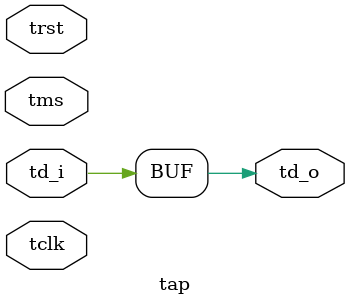
<source format=v>
/***************************************************************
#    Date: 2/8/14
#    Design: State machine for TAP contorller of JTAG
#    Description: FSM is designed using one-hot coding.
****************************************************************/


`define	IR_LENGTH	4			//Instruction register 4-bit wide
`define DR_LENGTH 	4			//Data register 4-bit wide


//Top module it has input and outputs clk,TMS,Data in,data out and rst

module tap(tclk,tms,td_i,td_o,trst);

//Input declaration
input tclk;
input tms;
input td_i;
input trst;

//output declaration
output td_o;

//States of FSM 
reg     test_logic_reset;
reg     run_test_idle;
reg     select_dr_scan;
reg     capture_dr;
reg     shift_dr;
reg     exit1_dr;
reg     pause_dr;
reg     exit2_dr;
reg     update_dr;
reg     select_ir_scan;
reg     capture_ir;
reg     shift_ir;
reg     exit1_ir;
reg     pause_ir;
reg     exit2_ir;
reg     update_ir;

//Intermediate combinational logig reg and wire
reg     tms_q1, tms_q2, tms_q3, tms_q4;
wire    tms_reset;

//It moniters the TMS signal, this module is used for generating tms_reset signal

always @ (posedge tclk)
begin
  tms_q1 <= #1 tms;
  tms_q2 <= #1 tms_q1;
  tms_q3 <= #1 tms_q2;
  tms_q4 <= #1 tms_q3;
end

//In JTAG for 5 consecutive TMS=1 causes reset. 

assign tms_reset = tms_q1 & tms_q2 & tms_q3 & tms_q4 & tms;    // 5 consecutive TMS=1 causes reset
assign td_o=td_i;					       // Always pass serial input to output pin

// In this design it check from which state it can transfer to 
//the state defined in  always block. It moniters the TMS and 
//State signal.All the State of FSM are written in same formate.

// test_logic_reset state

always @ (posedge tclk or negedge trst)
begin
  if(!trst)
    test_logic_reset<= 1'b1;
  else if (tms_reset)
    test_logic_reset<= 1'b1;
  else
    begin
      if(tms & (test_logic_reset | select_ir_scan)) 
        test_logic_reset<= 1'b1;
      else
        test_logic_reset<= 1'b0;
    end
end

// run_test_idle state
always @ (posedge tclk or negedge trst)
begin
  if(!trst)
    run_test_idle<= 1'b0;
  else if (tms_reset)
    run_test_idle<= 1'b0;
  else
  if(~tms & (test_logic_reset | run_test_idle | update_dr | update_ir))
    run_test_idle<= 1'b1;
  else
    run_test_idle<= 1'b0;
end

// select_dr_scan state
always @ (posedge tclk or negedge trst)
begin
  if(!trst)
    select_dr_scan<= 1'b0;
  else if (tms_reset)
    select_dr_scan<= 1'b0;
  else
  if(tms & (run_test_idle | update_dr | update_ir))
    select_dr_scan<= 1'b1;
  else
    select_dr_scan<= 1'b0;
end

// capture_dr state
always @ (posedge tclk or negedge trst)
begin
  if(!trst)
    capture_dr<= 1'b0;
  else if (tms_reset)
    capture_dr<= 1'b0;
  else
  if(~tms & select_dr_scan)
    capture_dr<= 1'b1;
  else
    capture_dr<= 1'b0;
end

// shift_dr state
always @ (posedge tclk or negedge trst)
begin
  if(!trst)
    shift_dr<= 1'b0;
  else if (tms_reset)
    shift_dr<= 1'b0;
  else
  if(~tms & (capture_dr | shift_dr | exit2_dr))
    shift_dr<= 1'b1;
  else
    shift_dr<= 1'b0;
end

// exit1_dr state
always @ (posedge tclk or negedge trst)
begin
  if(!trst)
    exit1_dr<= 1'b0;
  else if (tms_reset)
    exit1_dr<= 1'b0;
  else
  if(tms & (capture_dr | shift_dr))
    exit1_dr<= 1'b1;
  else
    exit1_dr<= 1'b0;
end

// pause_dr state
always @ (posedge tclk or negedge trst)
begin
  if(!trst)
    pause_dr<= 1'b0;
  else if (tms_reset)
    pause_dr<= 1'b0;
  else
  if(~tms & (exit1_dr | pause_dr))
    pause_dr<= 1'b1;
  else
    pause_dr<= 1'b0;
end

// exit2_dr state
always @ (posedge tclk or negedge trst)
begin
  if(!trst)
    exit2_dr<= 1'b0;
  else if (tms_reset)
    exit2_dr<= 1'b0;
  else
  if(tms & pause_dr)
    exit2_dr<= 1'b1;
  else
    exit2_dr<= 1'b0;
end

// update_dr state
always @ (posedge tclk or negedge trst)
begin
  if(!trst)
    update_dr<= 1'b0;
  else if (tms_reset)
    update_dr<= 1'b0;
  else
  if(tms & (exit1_dr | exit2_dr))
    update_dr<= 1'b1;
  else
    update_dr<= 1'b0;
end

// select_ir_scan state
always @ (posedge tclk or negedge trst)
begin
  if(!trst)
    select_ir_scan<= 1'b0;
  else if (tms_reset)
    select_ir_scan<= 1'b0;
  else
  if(tms & select_dr_scan)
    select_ir_scan<= 1'b1;
  else
    select_ir_scan<= 1'b0;
end

// capture_ir state
always @ (posedge tclk or negedge trst)
begin
  if(!trst)
    capture_ir<= 1'b0;
  else if (tms_reset)
    capture_ir<= 1'b0;
  else
  if(~tms & select_ir_scan)
    capture_ir<= 1'b1;
  else
    capture_ir<= 1'b0;
end

// shift_ir state
always @ (posedge tclk or negedge trst)
begin
  if(!trst)
    shift_ir<= 1'b0;
  else if (tms_reset)
    shift_ir<= 1'b0;
  else
  if(~tms & (capture_ir | shift_ir | exit2_ir))
    shift_ir<= 1'b1;
  else
    shift_ir<= 1'b0;
end

// exit1_ir state
always @ (posedge tclk or negedge trst)
begin
  if(!trst)
    exit1_ir<= 1'b0;
  else if (tms_reset)
    exit1_ir<= 1'b0;
  else
  if(tms & (capture_ir | shift_ir))
    exit1_ir<= 1'b1;
  else
    exit1_ir<= 1'b0;
end

// pause_ir state
always @ (posedge tclk or negedge trst)
begin
  if(!trst)
    pause_ir<= 1'b0;
  else if (tms_reset)
    pause_ir<= 1'b0;
  else
  if(~tms & (exit1_ir | pause_ir))
    pause_ir<= 1'b1;
  else
    pause_ir<= 1'b0;
end

// exit2_ir state
always @ (posedge tclk or negedge trst)
begin
  if(!trst)
    exit2_ir<= 1'b0;
  else if (tms_reset)
    exit2_ir<= 1'b0;
  else
  if(tms & pause_ir)
    exit2_ir<= 1'b1;
  else
    exit2_ir<= 1'b0;
end

// update_ir state
always @ (posedge tclk or negedge trst)
begin
  if(!trst)
    update_ir<= 1'b0;
  else if (tms_reset)
    update_ir<= 1'b0;
  else
  if(tms & (exit1_ir | exit2_ir))
    update_ir<= 1'b1;
  else
    update_ir<= 1'b0;
end


//  jtag_ir:  JTAG Instruction Register                                           

reg [`IR_LENGTH-1:0]  jtag_ir;          // Instruction register

always @ (posedge tclk or negedge trst)
begin
  if(!trst)
    jtag_ir[`IR_LENGTH-1:0] <=`IR_LENGTH'b0;
  else if(capture_ir)
    jtag_ir <= #1 4'b0101;          // This value is fixed.
  else if(shift_ir)
    jtag_ir[`IR_LENGTH-1:0] <= {td_i, jtag_ir[`IR_LENGTH-1:1]};
end


//   End: jtag_ir                                                                  

//  jtag_dr:  JTAG Data Register                                           

reg [`DR_LENGTH-1:0]  jtag_dr;          // Data register

always @ (posedge tclk or negedge trst)
begin
  if(!trst)
    jtag_dr[`DR_LENGTH-1:0] <=`DR_LENGTH'b0;
  else if(capture_dr)
    jtag_dr <= 4'b0101;          // This value is fixed.
  else if(shift_dr)
    jtag_dr[`DR_LENGTH-1:0] <={td_i, jtag_dr[`DR_LENGTH-1:1]};
end


//   End: jtag_dr                                                                  


endmodule



</source>
